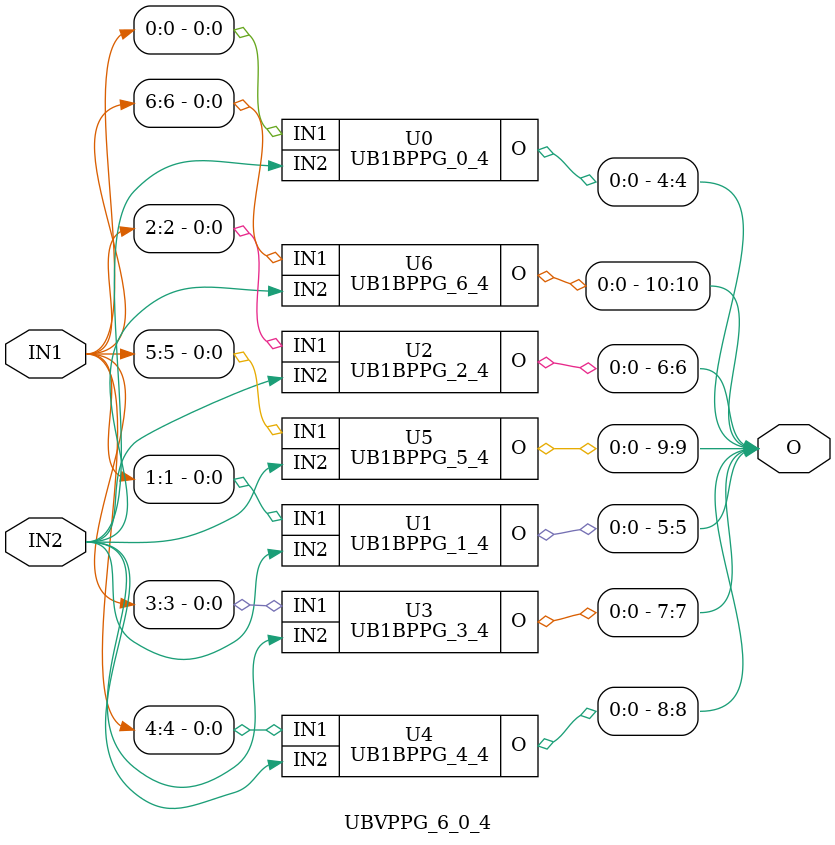
<source format=v>
/*----------------------------------------------------------------------------
  Copyright (c) 2021 Homma laboratory. All rights reserved.

  Top module: Multiplier_6_0_4_000

  Number system: Unsigned binary
  Multiplicand length: 7
  Multiplier length: 5
  Partial product generation: Simple PPG
  Partial product accumulation: Dadda tree
  Final stage addition: Han-Carlson adder
----------------------------------------------------------------------------*/

module UB1BPPG_0_0(O, IN1, IN2);
  output O;
  input IN1;
  input IN2;
  assign O = IN1 & IN2;
endmodule

module UB1BPPG_1_0(O, IN1, IN2);
  output O;
  input IN1;
  input IN2;
  assign O = IN1 & IN2;
endmodule

module UB1BPPG_2_0(O, IN1, IN2);
  output O;
  input IN1;
  input IN2;
  assign O = IN1 & IN2;
endmodule

module UB1BPPG_3_0(O, IN1, IN2);
  output O;
  input IN1;
  input IN2;
  assign O = IN1 & IN2;
endmodule

module UB1BPPG_4_0(O, IN1, IN2);
  output O;
  input IN1;
  input IN2;
  assign O = IN1 & IN2;
endmodule

module UB1BPPG_5_0(O, IN1, IN2);
  output O;
  input IN1;
  input IN2;
  assign O = IN1 & IN2;
endmodule

module UB1BPPG_6_0(O, IN1, IN2);
  output O;
  input IN1;
  input IN2;
  assign O = IN1 & IN2;
endmodule

module UB1BPPG_0_1(O, IN1, IN2);
  output O;
  input IN1;
  input IN2;
  assign O = IN1 & IN2;
endmodule

module UB1BPPG_1_1(O, IN1, IN2);
  output O;
  input IN1;
  input IN2;
  assign O = IN1 & IN2;
endmodule

module UB1BPPG_2_1(O, IN1, IN2);
  output O;
  input IN1;
  input IN2;
  assign O = IN1 & IN2;
endmodule

module UB1BPPG_3_1(O, IN1, IN2);
  output O;
  input IN1;
  input IN2;
  assign O = IN1 & IN2;
endmodule

module UB1BPPG_4_1(O, IN1, IN2);
  output O;
  input IN1;
  input IN2;
  assign O = IN1 & IN2;
endmodule

module UB1BPPG_5_1(O, IN1, IN2);
  output O;
  input IN1;
  input IN2;
  assign O = IN1 & IN2;
endmodule

module UB1BPPG_6_1(O, IN1, IN2);
  output O;
  input IN1;
  input IN2;
  assign O = IN1 & IN2;
endmodule

module UB1BPPG_0_2(O, IN1, IN2);
  output O;
  input IN1;
  input IN2;
  assign O = IN1 & IN2;
endmodule

module UB1BPPG_1_2(O, IN1, IN2);
  output O;
  input IN1;
  input IN2;
  assign O = IN1 & IN2;
endmodule

module UB1BPPG_2_2(O, IN1, IN2);
  output O;
  input IN1;
  input IN2;
  assign O = IN1 & IN2;
endmodule

module UB1BPPG_3_2(O, IN1, IN2);
  output O;
  input IN1;
  input IN2;
  assign O = IN1 & IN2;
endmodule

module UB1BPPG_4_2(O, IN1, IN2);
  output O;
  input IN1;
  input IN2;
  assign O = IN1 & IN2;
endmodule

module UB1BPPG_5_2(O, IN1, IN2);
  output O;
  input IN1;
  input IN2;
  assign O = IN1 & IN2;
endmodule

module UB1BPPG_6_2(O, IN1, IN2);
  output O;
  input IN1;
  input IN2;
  assign O = IN1 & IN2;
endmodule

module UB1BPPG_0_3(O, IN1, IN2);
  output O;
  input IN1;
  input IN2;
  assign O = IN1 & IN2;
endmodule

module UB1BPPG_1_3(O, IN1, IN2);
  output O;
  input IN1;
  input IN2;
  assign O = IN1 & IN2;
endmodule

module UB1BPPG_2_3(O, IN1, IN2);
  output O;
  input IN1;
  input IN2;
  assign O = IN1 & IN2;
endmodule

module UB1BPPG_3_3(O, IN1, IN2);
  output O;
  input IN1;
  input IN2;
  assign O = IN1 & IN2;
endmodule

module UB1BPPG_4_3(O, IN1, IN2);
  output O;
  input IN1;
  input IN2;
  assign O = IN1 & IN2;
endmodule

module UB1BPPG_5_3(O, IN1, IN2);
  output O;
  input IN1;
  input IN2;
  assign O = IN1 & IN2;
endmodule

module UB1BPPG_6_3(O, IN1, IN2);
  output O;
  input IN1;
  input IN2;
  assign O = IN1 & IN2;
endmodule

module UB1BPPG_0_4(O, IN1, IN2);
  output O;
  input IN1;
  input IN2;
  assign O = IN1 & IN2;
endmodule

module UB1BPPG_1_4(O, IN1, IN2);
  output O;
  input IN1;
  input IN2;
  assign O = IN1 & IN2;
endmodule

module UB1BPPG_2_4(O, IN1, IN2);
  output O;
  input IN1;
  input IN2;
  assign O = IN1 & IN2;
endmodule

module UB1BPPG_3_4(O, IN1, IN2);
  output O;
  input IN1;
  input IN2;
  assign O = IN1 & IN2;
endmodule

module UB1BPPG_4_4(O, IN1, IN2);
  output O;
  input IN1;
  input IN2;
  assign O = IN1 & IN2;
endmodule

module UB1BPPG_5_4(O, IN1, IN2);
  output O;
  input IN1;
  input IN2;
  assign O = IN1 & IN2;
endmodule

module UB1BPPG_6_4(O, IN1, IN2);
  output O;
  input IN1;
  input IN2;
  assign O = IN1 & IN2;
endmodule

module UBHA_4(C, S, X, Y);
  output C;
  output S;
  input X;
  input Y;
  assign C = X & Y;
  assign S = X ^ Y;
endmodule

module UBFA_5(C, S, X, Y, Z);
  output C;
  output S;
  input X;
  input Y;
  input Z;
  assign C = ( X & Y ) | ( Y & Z ) | ( Z & X );
  assign S = X ^ Y ^ Z;
endmodule

module UBFA_6(C, S, X, Y, Z);
  output C;
  output S;
  input X;
  input Y;
  input Z;
  assign C = ( X & Y ) | ( Y & Z ) | ( Z & X );
  assign S = X ^ Y ^ Z;
endmodule

module UBHA_7(C, S, X, Y);
  output C;
  output S;
  input X;
  input Y;
  assign C = X & Y;
  assign S = X ^ Y;
endmodule

module UB1DCON_0(O, I);
  output O;
  input I;
  assign O = I;
endmodule

module UB1DCON_1(O, I);
  output O;
  input I;
  assign O = I;
endmodule

module UB1DCON_2(O, I);
  output O;
  input I;
  assign O = I;
endmodule

module UB1DCON_3(O, I);
  output O;
  input I;
  assign O = I;
endmodule

module UB1DCON_4(O, I);
  output O;
  input I;
  assign O = I;
endmodule

module UB1DCON_5(O, I);
  output O;
  input I;
  assign O = I;
endmodule

module UB1DCON_6(O, I);
  output O;
  input I;
  assign O = I;
endmodule

module UB1DCON_7(O, I);
  output O;
  input I;
  assign O = I;
endmodule

module UB1DCON_8(O, I);
  output O;
  input I;
  assign O = I;
endmodule

module UB1DCON_9(O, I);
  output O;
  input I;
  assign O = I;
endmodule

module UB1DCON_10(O, I);
  output O;
  input I;
  assign O = I;
endmodule

module UBHA_3(C, S, X, Y);
  output C;
  output S;
  input X;
  input Y;
  assign C = X & Y;
  assign S = X ^ Y;
endmodule

module UBFA_4(C, S, X, Y, Z);
  output C;
  output S;
  input X;
  input Y;
  input Z;
  assign C = ( X & Y ) | ( Y & Z ) | ( Z & X );
  assign S = X ^ Y ^ Z;
endmodule

module UBFA_7(C, S, X, Y, Z);
  output C;
  output S;
  input X;
  input Y;
  input Z;
  assign C = ( X & Y ) | ( Y & Z ) | ( Z & X );
  assign S = X ^ Y ^ Z;
endmodule

module UBFA_8(C, S, X, Y, Z);
  output C;
  output S;
  input X;
  input Y;
  input Z;
  assign C = ( X & Y ) | ( Y & Z ) | ( Z & X );
  assign S = X ^ Y ^ Z;
endmodule

module UBHA_2(C, S, X, Y);
  output C;
  output S;
  input X;
  input Y;
  assign C = X & Y;
  assign S = X ^ Y;
endmodule

module UBFA_3(C, S, X, Y, Z);
  output C;
  output S;
  input X;
  input Y;
  input Z;
  assign C = ( X & Y ) | ( Y & Z ) | ( Z & X );
  assign S = X ^ Y ^ Z;
endmodule

module UBFA_9(C, S, X, Y, Z);
  output C;
  output S;
  input X;
  input Y;
  input Z;
  assign C = ( X & Y ) | ( Y & Z ) | ( Z & X );
  assign S = X ^ Y ^ Z;
endmodule

module GPGenerator(Go, Po, A, B);
  output Go;
  output Po;
  input A;
  input B;
  assign Go = A & B;
  assign Po = A ^ B;
endmodule

module CarryOperator(Go, Po, Gi1, Pi1, Gi2, Pi2);
  output Go;
  output Po;
  input Gi1;
  input Gi2;
  input Pi1;
  input Pi2;
  assign Go = Gi1 | ( Gi2 & Pi1 );
  assign Po = Pi1 & Pi2;
endmodule

module UBPriHCA_10_1(S, X, Y, Cin);
  output [11:1] S;
  input Cin;
  input [10:1] X;
  input [10:1] Y;
  wire [10:1] G0;
  wire [10:1] G1;
  wire [10:1] G2;
  wire [10:1] G3;
  wire [10:1] G4;
  wire [10:1] G5;
  wire [10:1] P0;
  wire [10:1] P1;
  wire [10:1] P2;
  wire [10:1] P3;
  wire [10:1] P4;
  wire [10:1] P5;
  assign P1[1] = P0[1];
  assign G1[1] = G0[1];
  assign P1[3] = P0[3];
  assign G1[3] = G0[3];
  assign P1[5] = P0[5];
  assign G1[5] = G0[5];
  assign P1[7] = P0[7];
  assign G1[7] = G0[7];
  assign P1[9] = P0[9];
  assign G1[9] = G0[9];
  assign P2[1] = P1[1];
  assign G2[1] = G1[1];
  assign P2[2] = P1[2];
  assign G2[2] = G1[2];
  assign P2[3] = P1[3];
  assign G2[3] = G1[3];
  assign P2[5] = P1[5];
  assign G2[5] = G1[5];
  assign P2[7] = P1[7];
  assign G2[7] = G1[7];
  assign P2[9] = P1[9];
  assign G2[9] = G1[9];
  assign P3[1] = P2[1];
  assign G3[1] = G2[1];
  assign P3[2] = P2[2];
  assign G3[2] = G2[2];
  assign P3[3] = P2[3];
  assign G3[3] = G2[3];
  assign P3[4] = P2[4];
  assign G3[4] = G2[4];
  assign P3[5] = P2[5];
  assign G3[5] = G2[5];
  assign P3[7] = P2[7];
  assign G3[7] = G2[7];
  assign P3[9] = P2[9];
  assign G3[9] = G2[9];
  assign P4[1] = P3[1];
  assign G4[1] = G3[1];
  assign P4[2] = P3[2];
  assign G4[2] = G3[2];
  assign P4[3] = P3[3];
  assign G4[3] = G3[3];
  assign P4[4] = P3[4];
  assign G4[4] = G3[4];
  assign P4[5] = P3[5];
  assign G4[5] = G3[5];
  assign P4[6] = P3[6];
  assign G4[6] = G3[6];
  assign P4[7] = P3[7];
  assign G4[7] = G3[7];
  assign P4[8] = P3[8];
  assign G4[8] = G3[8];
  assign P4[9] = P3[9];
  assign G4[9] = G3[9];
  assign P5[1] = P4[1];
  assign G5[1] = G4[1];
  assign P5[2] = P4[2];
  assign G5[2] = G4[2];
  assign P5[4] = P4[4];
  assign G5[4] = G4[4];
  assign P5[6] = P4[6];
  assign G5[6] = G4[6];
  assign P5[8] = P4[8];
  assign G5[8] = G4[8];
  assign P5[10] = P4[10];
  assign G5[10] = G4[10];
  assign S[1] = Cin ^ P0[1];
  assign S[2] = ( G5[1] | ( P5[1] & Cin ) ) ^ P0[2];
  assign S[3] = ( G5[2] | ( P5[2] & Cin ) ) ^ P0[3];
  assign S[4] = ( G5[3] | ( P5[3] & Cin ) ) ^ P0[4];
  assign S[5] = ( G5[4] | ( P5[4] & Cin ) ) ^ P0[5];
  assign S[6] = ( G5[5] | ( P5[5] & Cin ) ) ^ P0[6];
  assign S[7] = ( G5[6] | ( P5[6] & Cin ) ) ^ P0[7];
  assign S[8] = ( G5[7] | ( P5[7] & Cin ) ) ^ P0[8];
  assign S[9] = ( G5[8] | ( P5[8] & Cin ) ) ^ P0[9];
  assign S[10] = ( G5[9] | ( P5[9] & Cin ) ) ^ P0[10];
  assign S[11] = G5[10] | ( P5[10] & Cin );
  GPGenerator U0 (G0[1], P0[1], X[1], Y[1]);
  GPGenerator U1 (G0[2], P0[2], X[2], Y[2]);
  GPGenerator U2 (G0[3], P0[3], X[3], Y[3]);
  GPGenerator U3 (G0[4], P0[4], X[4], Y[4]);
  GPGenerator U4 (G0[5], P0[5], X[5], Y[5]);
  GPGenerator U5 (G0[6], P0[6], X[6], Y[6]);
  GPGenerator U6 (G0[7], P0[7], X[7], Y[7]);
  GPGenerator U7 (G0[8], P0[8], X[8], Y[8]);
  GPGenerator U8 (G0[9], P0[9], X[9], Y[9]);
  GPGenerator U9 (G0[10], P0[10], X[10], Y[10]);
  CarryOperator U10 (G1[2], P1[2], G0[2], P0[2], G0[1], P0[1]);
  CarryOperator U11 (G1[4], P1[4], G0[4], P0[4], G0[3], P0[3]);
  CarryOperator U12 (G1[6], P1[6], G0[6], P0[6], G0[5], P0[5]);
  CarryOperator U13 (G1[8], P1[8], G0[8], P0[8], G0[7], P0[7]);
  CarryOperator U14 (G1[10], P1[10], G0[10], P0[10], G0[9], P0[9]);
  CarryOperator U15 (G2[4], P2[4], G1[4], P1[4], G1[2], P1[2]);
  CarryOperator U16 (G2[6], P2[6], G1[6], P1[6], G1[4], P1[4]);
  CarryOperator U17 (G2[8], P2[8], G1[8], P1[8], G1[6], P1[6]);
  CarryOperator U18 (G2[10], P2[10], G1[10], P1[10], G1[8], P1[8]);
  CarryOperator U19 (G3[6], P3[6], G2[6], P2[6], G2[2], P2[2]);
  CarryOperator U20 (G3[8], P3[8], G2[8], P2[8], G2[4], P2[4]);
  CarryOperator U21 (G3[10], P3[10], G2[10], P2[10], G2[6], P2[6]);
  CarryOperator U22 (G4[10], P4[10], G3[10], P3[10], G3[2], P3[2]);
  CarryOperator U23 (G5[3], P5[3], G4[3], P4[3], G4[2], P4[2]);
  CarryOperator U24 (G5[5], P5[5], G4[5], P4[5], G4[4], P4[4]);
  CarryOperator U25 (G5[7], P5[7], G4[7], P4[7], G4[6], P4[6]);
  CarryOperator U26 (G5[9], P5[9], G4[9], P4[9], G4[8], P4[8]);
endmodule

module UBZero_1_1(O);
  output [1:1] O;
  assign O[1] = 0;
endmodule

module Multiplier_6_0_4_000(P, IN1, IN2);
  output [11:0] P;
  input [6:0] IN1;
  input [4:0] IN2;
  wire [11:0] W;
  assign P[0] = W[0];
  assign P[1] = W[1];
  assign P[2] = W[2];
  assign P[3] = W[3];
  assign P[4] = W[4];
  assign P[5] = W[5];
  assign P[6] = W[6];
  assign P[7] = W[7];
  assign P[8] = W[8];
  assign P[9] = W[9];
  assign P[10] = W[10];
  assign P[11] = W[11];
  MultUB_STD_DAD_HC000 U0 (W, IN1, IN2);
endmodule

module DADTR_10_0_10_1 (S1, S2, PP0, PP1);
  output [10:0] S1;
  output [10:1] S2;
  input [10:0] PP0;
  input [10:1] PP1;
  UBCON_10_0 U0 (S1, PP0);
  UBCON_10_1 U1 (S2, PP1);
endmodule

module DADTR_10_0_9_1_8_000 (S1, S2, PP0, PP1, PP2, PP3);
  output [10:0] S1;
  output [10:1] S2;
  input [10:0] PP0;
  input [9:1] PP1;
  input [8:2] PP2;
  input [8:3] PP3;
  wire [10:0] W0;
  wire [9:1] W1;
  wire [9:2] W2;
  UBHA_3 U0 (W1[4], W2[3], PP0[3], PP1[3]);
  UBFA_4 U1 (W1[5], W2[4], PP0[4], PP1[4], PP2[4]);
  UBFA_5 U2 (W1[6], W2[5], PP0[5], PP1[5], PP2[5]);
  UBFA_6 U3 (W1[7], W2[6], PP0[6], PP1[6], PP2[6]);
  UBFA_7 U4 (W1[8], W2[7], PP0[7], PP1[7], PP2[7]);
  UBFA_8 U5 (W2[9], W2[8], PP0[8], PP1[8], PP2[8]);
  UBCON_2_0 U6 (W0[2:0], PP0[2:0]);
  UB1DCON_3 U7 (W0[3], PP2[3]);
  UBCON_8_4 U8 (W0[8:4], PP3[8:4]);
  UBCON_10_9 U9 (W0[10:9], PP0[10:9]);
  UBCON_2_1 U10 (W1[2:1], PP1[2:1]);
  UB1DCON_3 U11 (W1[3], PP3[3]);
  UB1DCON_9 U12 (W1[9], PP1[9]);
  UB1DCON_2 U13 (W2[2], PP2[2]);
  DADTR_10_0_9_1_9_000 U14 (S1, S2, W0, W1, W2);
endmodule

module DADTR_10_0_9_1_9_000 (S1, S2, PP0, PP1, PP2);
  output [10:0] S1;
  output [10:1] S2;
  input [10:0] PP0;
  input [9:1] PP1;
  input [9:2] PP2;
  wire [10:0] W0;
  wire [10:1] W1;
  UBHA_2 U0 (W0[3], W1[2], PP0[2], PP1[2]);
  UBFA_3 U1 (W0[4], W1[3], PP0[3], PP1[3], PP2[3]);
  UBFA_4 U2 (W0[5], W1[4], PP0[4], PP1[4], PP2[4]);
  UBFA_5 U3 (W0[6], W1[5], PP0[5], PP1[5], PP2[5]);
  UBFA_6 U4 (W0[7], W1[6], PP0[6], PP1[6], PP2[6]);
  UBFA_7 U5 (W0[8], W1[7], PP0[7], PP1[7], PP2[7]);
  UBFA_8 U6 (W0[9], W1[8], PP0[8], PP1[8], PP2[8]);
  UBFA_9 U7 (W1[10], W1[9], PP0[9], PP1[9], PP2[9]);
  UBCON_1_0 U8 (W0[1:0], PP0[1:0]);
  UB1DCON_2 U9 (W0[2], PP2[2]);
  UB1DCON_10 U10 (W0[10], PP0[10]);
  UB1DCON_1 U11 (W1[1], PP1[1]);
  DADTR_10_0_10_1 U12 (S1, S2, W0, W1);
endmodule

module DADTR_6_0_7_1_8_2000 (S1, S2, PP0, PP1, PP2, PP3, PP4);
  output [10:0] S1;
  output [10:1] S2;
  input [6:0] PP0;
  input [7:1] PP1;
  input [8:2] PP2;
  input [9:3] PP3;
  input [10:4] PP4;
  wire [10:0] W0;
  wire [9:1] W1;
  wire [8:2] W2;
  wire [8:3] W3;
  UBHA_4 U0 (W2[5], W3[4], PP0[4], PP1[4]);
  UBFA_5 U1 (W2[6], W3[5], PP0[5], PP1[5], PP2[5]);
  UBFA_6 U2 (W2[7], W3[6], PP0[6], PP1[6], PP2[6]);
  UBHA_7 U3 (W3[8], W3[7], PP1[7], PP2[7]);
  UBCON_3_0 U4 (W0[3:0], PP0[3:0]);
  UB1DCON_4 U5 (W0[4], PP2[4]);
  UBCON_7_5 U6 (W0[7:5], PP3[7:5]);
  UB1DCON_8 U7 (W0[8], PP2[8]);
  UB1DCON_9 U8 (W0[9], PP3[9]);
  UB1DCON_10 U9 (W0[10], PP4[10]);
  UBCON_3_1 U10 (W1[3:1], PP1[3:1]);
  UB1DCON_4 U11 (W1[4], PP3[4]);
  UBCON_7_5 U12 (W1[7:5], PP4[7:5]);
  UB1DCON_8 U13 (W1[8], PP3[8]);
  UB1DCON_9 U14 (W1[9], PP4[9]);
  UBCON_3_2 U15 (W2[3:2], PP2[3:2]);
  UB1DCON_4 U16 (W2[4], PP4[4]);
  UB1DCON_8 U17 (W2[8], PP4[8]);
  UB1DCON_3 U18 (W3[3], PP3[3]);
  DADTR_10_0_9_1_8_000 U19 (S1, S2, W0, W1, W2, W3);
endmodule

module MultUB_STD_DAD_HC000 (P, IN1, IN2);
  output [11:0] P;
  input [6:0] IN1;
  input [4:0] IN2;
  wire [6:0] PP0;
  wire [7:1] PP1;
  wire [8:2] PP2;
  wire [9:3] PP3;
  wire [10:4] PP4;
  wire [10:0] S1;
  wire [10:1] S2;
  UBPPG_6_0_4_0 U0 (PP0, PP1, PP2, PP3, PP4, IN1, IN2);
  DADTR_6_0_7_1_8_2000 U1 (S1, S2, PP0, PP1, PP2, PP3, PP4);
  UBHCA_10_0_10_1 U2 (P, S1, S2);
endmodule

module UBCON_10_0 (O, I);
  output [10:0] O;
  input [10:0] I;
  UB1DCON_0 U0 (O[0], I[0]);
  UB1DCON_1 U1 (O[1], I[1]);
  UB1DCON_2 U2 (O[2], I[2]);
  UB1DCON_3 U3 (O[3], I[3]);
  UB1DCON_4 U4 (O[4], I[4]);
  UB1DCON_5 U5 (O[5], I[5]);
  UB1DCON_6 U6 (O[6], I[6]);
  UB1DCON_7 U7 (O[7], I[7]);
  UB1DCON_8 U8 (O[8], I[8]);
  UB1DCON_9 U9 (O[9], I[9]);
  UB1DCON_10 U10 (O[10], I[10]);
endmodule

module UBCON_10_1 (O, I);
  output [10:1] O;
  input [10:1] I;
  UB1DCON_1 U0 (O[1], I[1]);
  UB1DCON_2 U1 (O[2], I[2]);
  UB1DCON_3 U2 (O[3], I[3]);
  UB1DCON_4 U3 (O[4], I[4]);
  UB1DCON_5 U4 (O[5], I[5]);
  UB1DCON_6 U5 (O[6], I[6]);
  UB1DCON_7 U6 (O[7], I[7]);
  UB1DCON_8 U7 (O[8], I[8]);
  UB1DCON_9 U8 (O[9], I[9]);
  UB1DCON_10 U9 (O[10], I[10]);
endmodule

module UBCON_10_9 (O, I);
  output [10:9] O;
  input [10:9] I;
  UB1DCON_9 U0 (O[9], I[9]);
  UB1DCON_10 U1 (O[10], I[10]);
endmodule

module UBCON_1_0 (O, I);
  output [1:0] O;
  input [1:0] I;
  UB1DCON_0 U0 (O[0], I[0]);
  UB1DCON_1 U1 (O[1], I[1]);
endmodule

module UBCON_2_0 (O, I);
  output [2:0] O;
  input [2:0] I;
  UB1DCON_0 U0 (O[0], I[0]);
  UB1DCON_1 U1 (O[1], I[1]);
  UB1DCON_2 U2 (O[2], I[2]);
endmodule

module UBCON_2_1 (O, I);
  output [2:1] O;
  input [2:1] I;
  UB1DCON_1 U0 (O[1], I[1]);
  UB1DCON_2 U1 (O[2], I[2]);
endmodule

module UBCON_3_0 (O, I);
  output [3:0] O;
  input [3:0] I;
  UB1DCON_0 U0 (O[0], I[0]);
  UB1DCON_1 U1 (O[1], I[1]);
  UB1DCON_2 U2 (O[2], I[2]);
  UB1DCON_3 U3 (O[3], I[3]);
endmodule

module UBCON_3_1 (O, I);
  output [3:1] O;
  input [3:1] I;
  UB1DCON_1 U0 (O[1], I[1]);
  UB1DCON_2 U1 (O[2], I[2]);
  UB1DCON_3 U2 (O[3], I[3]);
endmodule

module UBCON_3_2 (O, I);
  output [3:2] O;
  input [3:2] I;
  UB1DCON_2 U0 (O[2], I[2]);
  UB1DCON_3 U1 (O[3], I[3]);
endmodule

module UBCON_7_5 (O, I);
  output [7:5] O;
  input [7:5] I;
  UB1DCON_5 U0 (O[5], I[5]);
  UB1DCON_6 U1 (O[6], I[6]);
  UB1DCON_7 U2 (O[7], I[7]);
endmodule

module UBCON_8_4 (O, I);
  output [8:4] O;
  input [8:4] I;
  UB1DCON_4 U0 (O[4], I[4]);
  UB1DCON_5 U1 (O[5], I[5]);
  UB1DCON_6 U2 (O[6], I[6]);
  UB1DCON_7 U3 (O[7], I[7]);
  UB1DCON_8 U4 (O[8], I[8]);
endmodule

module UBHCA_10_0_10_1 (S, X, Y);
  output [11:0] S;
  input [10:0] X;
  input [10:1] Y;
  UBPureHCA_10_1 U0 (S[11:1], X[10:1], Y[10:1]);
  UB1DCON_0 U1 (S[0], X[0]);
endmodule

module UBPPG_6_0_4_0 (PP0, PP1, PP2, PP3, PP4, IN1, IN2);
  output [6:0] PP0;
  output [7:1] PP1;
  output [8:2] PP2;
  output [9:3] PP3;
  output [10:4] PP4;
  input [6:0] IN1;
  input [4:0] IN2;
  UBVPPG_6_0_0 U0 (PP0, IN1, IN2[0]);
  UBVPPG_6_0_1 U1 (PP1, IN1, IN2[1]);
  UBVPPG_6_0_2 U2 (PP2, IN1, IN2[2]);
  UBVPPG_6_0_3 U3 (PP3, IN1, IN2[3]);
  UBVPPG_6_0_4 U4 (PP4, IN1, IN2[4]);
endmodule

module UBPureHCA_10_1 (S, X, Y);
  output [11:1] S;
  input [10:1] X;
  input [10:1] Y;
  wire C;
  UBPriHCA_10_1 U0 (S, X, Y, C);
  UBZero_1_1 U1 (C);
endmodule

module UBVPPG_6_0_0 (O, IN1, IN2);
  output [6:0] O;
  input [6:0] IN1;
  input IN2;
  UB1BPPG_0_0 U0 (O[0], IN1[0], IN2);
  UB1BPPG_1_0 U1 (O[1], IN1[1], IN2);
  UB1BPPG_2_0 U2 (O[2], IN1[2], IN2);
  UB1BPPG_3_0 U3 (O[3], IN1[3], IN2);
  UB1BPPG_4_0 U4 (O[4], IN1[4], IN2);
  UB1BPPG_5_0 U5 (O[5], IN1[5], IN2);
  UB1BPPG_6_0 U6 (O[6], IN1[6], IN2);
endmodule

module UBVPPG_6_0_1 (O, IN1, IN2);
  output [7:1] O;
  input [6:0] IN1;
  input IN2;
  UB1BPPG_0_1 U0 (O[1], IN1[0], IN2);
  UB1BPPG_1_1 U1 (O[2], IN1[1], IN2);
  UB1BPPG_2_1 U2 (O[3], IN1[2], IN2);
  UB1BPPG_3_1 U3 (O[4], IN1[3], IN2);
  UB1BPPG_4_1 U4 (O[5], IN1[4], IN2);
  UB1BPPG_5_1 U5 (O[6], IN1[5], IN2);
  UB1BPPG_6_1 U6 (O[7], IN1[6], IN2);
endmodule

module UBVPPG_6_0_2 (O, IN1, IN2);
  output [8:2] O;
  input [6:0] IN1;
  input IN2;
  UB1BPPG_0_2 U0 (O[2], IN1[0], IN2);
  UB1BPPG_1_2 U1 (O[3], IN1[1], IN2);
  UB1BPPG_2_2 U2 (O[4], IN1[2], IN2);
  UB1BPPG_3_2 U3 (O[5], IN1[3], IN2);
  UB1BPPG_4_2 U4 (O[6], IN1[4], IN2);
  UB1BPPG_5_2 U5 (O[7], IN1[5], IN2);
  UB1BPPG_6_2 U6 (O[8], IN1[6], IN2);
endmodule

module UBVPPG_6_0_3 (O, IN1, IN2);
  output [9:3] O;
  input [6:0] IN1;
  input IN2;
  UB1BPPG_0_3 U0 (O[3], IN1[0], IN2);
  UB1BPPG_1_3 U1 (O[4], IN1[1], IN2);
  UB1BPPG_2_3 U2 (O[5], IN1[2], IN2);
  UB1BPPG_3_3 U3 (O[6], IN1[3], IN2);
  UB1BPPG_4_3 U4 (O[7], IN1[4], IN2);
  UB1BPPG_5_3 U5 (O[8], IN1[5], IN2);
  UB1BPPG_6_3 U6 (O[9], IN1[6], IN2);
endmodule

module UBVPPG_6_0_4 (O, IN1, IN2);
  output [10:4] O;
  input [6:0] IN1;
  input IN2;
  UB1BPPG_0_4 U0 (O[4], IN1[0], IN2);
  UB1BPPG_1_4 U1 (O[5], IN1[1], IN2);
  UB1BPPG_2_4 U2 (O[6], IN1[2], IN2);
  UB1BPPG_3_4 U3 (O[7], IN1[3], IN2);
  UB1BPPG_4_4 U4 (O[8], IN1[4], IN2);
  UB1BPPG_5_4 U5 (O[9], IN1[5], IN2);
  UB1BPPG_6_4 U6 (O[10], IN1[6], IN2);
endmodule


</source>
